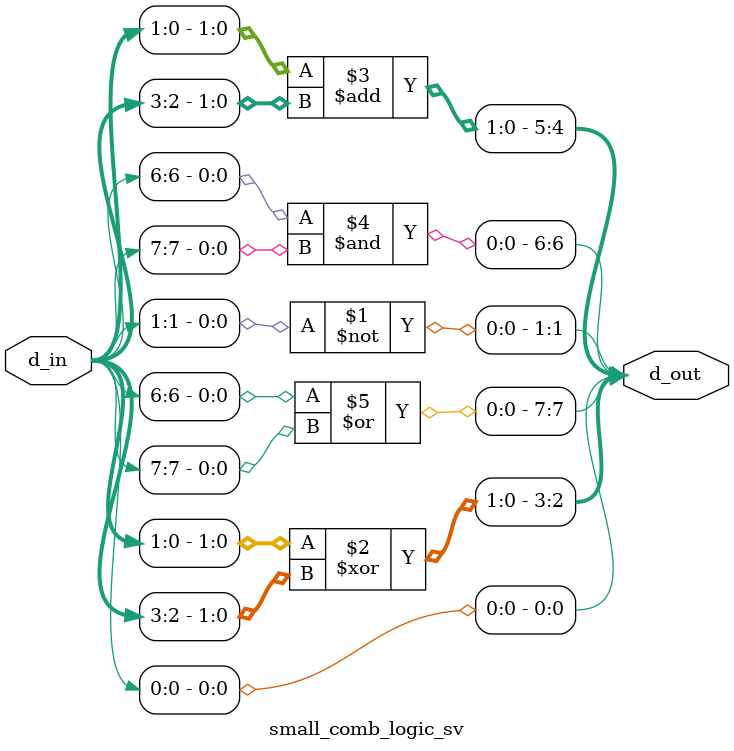
<source format=sv>
/*
*  File            :   small_comb_logic_sv.sv
*  Autor           :   Vlasov D.V.
*  Data            :   2019.04.18
*  Language        :   SystemVerilog
*  Description     :   This is simple connect with small combination logic
*  Copyright(c)    :   2019 Vlasov D.V.
*/

module small_comb_logic_sv
(
    input   logic   [7 : 0]     d_in,   // data input
    output  logic   [7 : 0]     d_out   // data output
);

    assign d_out[0] = d_in[0];
    assign d_out[1] = ~d_in[1];
    assign d_out[2 +: 2] = d_in[0 +: 2] ^ d_in[2 +: 2];
    assign d_out[4 +: 2] = d_in[0 +: 2] + d_in[2 +: 2];
    assign d_out[6] = d_in[6] & d_in[7];
    assign d_out[7] = d_in[6] | d_in[7];

endmodule : small_comb_logic_sv

</source>
